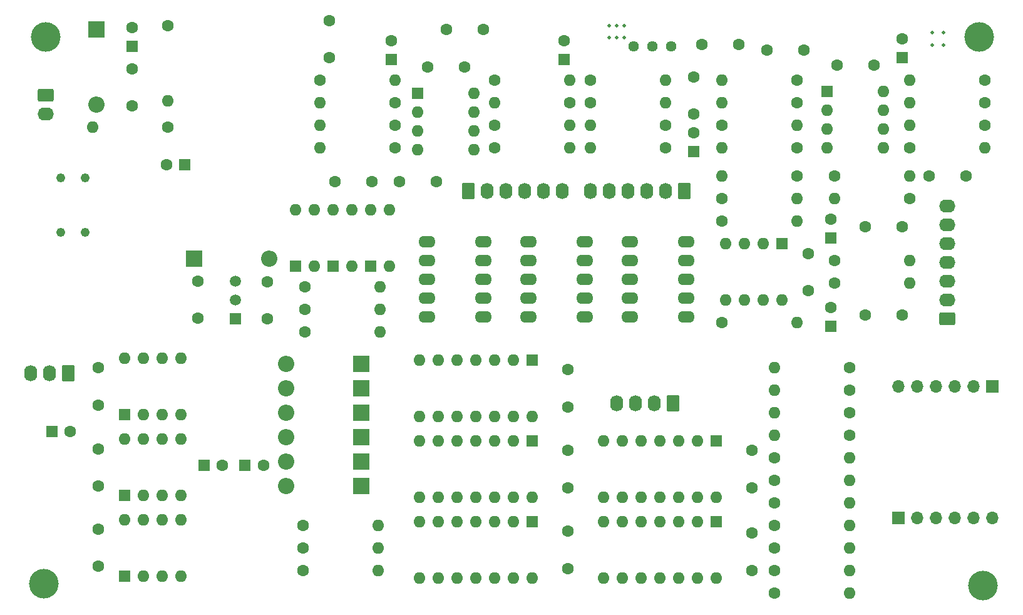
<source format=gbr>
%TF.GenerationSoftware,KiCad,Pcbnew,7.0.6*%
%TF.CreationDate,2023-09-11T14:55:37-04:00*%
%TF.ProjectId,summer,73756d6d-6572-42e6-9b69-6361645f7063,rev?*%
%TF.SameCoordinates,Original*%
%TF.FileFunction,Soldermask,Bot*%
%TF.FilePolarity,Negative*%
%FSLAX46Y46*%
G04 Gerber Fmt 4.6, Leading zero omitted, Abs format (unit mm)*
G04 Created by KiCad (PCBNEW 7.0.6) date 2023-09-11 14:55:37*
%MOMM*%
%LPD*%
G01*
G04 APERTURE LIST*
G04 Aperture macros list*
%AMRoundRect*
0 Rectangle with rounded corners*
0 $1 Rounding radius*
0 $2 $3 $4 $5 $6 $7 $8 $9 X,Y pos of 4 corners*
0 Add a 4 corners polygon primitive as box body*
4,1,4,$2,$3,$4,$5,$6,$7,$8,$9,$2,$3,0*
0 Add four circle primitives for the rounded corners*
1,1,$1+$1,$2,$3*
1,1,$1+$1,$4,$5*
1,1,$1+$1,$6,$7*
1,1,$1+$1,$8,$9*
0 Add four rect primitives between the rounded corners*
20,1,$1+$1,$2,$3,$4,$5,0*
20,1,$1+$1,$4,$5,$6,$7,0*
20,1,$1+$1,$6,$7,$8,$9,0*
20,1,$1+$1,$8,$9,$2,$3,0*%
G04 Aperture macros list end*
%ADD10R,2.200000X2.200000*%
%ADD11O,2.200000X2.200000*%
%ADD12C,1.600000*%
%ADD13R,1.600000X1.600000*%
%ADD14O,1.600000X1.600000*%
%ADD15C,4.000000*%
%ADD16RoundRect,0.250000X0.620000X0.845000X-0.620000X0.845000X-0.620000X-0.845000X0.620000X-0.845000X0*%
%ADD17O,1.740000X2.190000*%
%ADD18O,2.300000X1.600000*%
%ADD19R,1.700000X1.700000*%
%ADD20O,1.700000X1.700000*%
%ADD21RoundRect,0.250000X-0.845000X0.620000X-0.845000X-0.620000X0.845000X-0.620000X0.845000X0.620000X0*%
%ADD22O,2.190000X1.740000*%
%ADD23RoundRect,0.250000X0.845000X-0.620000X0.845000X0.620000X-0.845000X0.620000X-0.845000X-0.620000X0*%
%ADD24RoundRect,0.250000X-0.620000X-0.845000X0.620000X-0.845000X0.620000X0.845000X-0.620000X0.845000X0*%
%ADD25R,1.500000X1.500000*%
%ADD26C,1.500000*%
%ADD27C,1.440000*%
%ADD28C,1.219200*%
%ADD29C,0.508000*%
G04 APERTURE END LIST*
D10*
%TO.C,D6*%
X-40386000Y-13716000D03*
D11*
X-50546000Y-13716000D03*
%TD*%
D12*
%TO.C,C26*%
X-26456000Y26416000D03*
X-31456000Y26416000D03*
%TD*%
%TO.C,C19*%
X4572000Y20066000D03*
X4572000Y25066000D03*
%TD*%
D13*
%TO.C,C3*%
X-71374000Y29210000D03*
D12*
X-71374000Y31710000D03*
%TD*%
D13*
%TO.C,U10*%
X-49276000Y-508000D03*
D14*
X-46736000Y-508000D03*
X-46736000Y7112000D03*
X-49276000Y7112000D03*
%TD*%
D15*
%TO.C,HOLE4*%
X-83312000Y-43434000D03*
%TD*%
D10*
%TO.C,D5*%
X-40386000Y-17018000D03*
D11*
X-50546000Y-17018000D03*
%TD*%
D16*
%TO.C,J12*%
X-80010000Y-14986000D03*
D17*
X-82550000Y-14986000D03*
X-85090000Y-14986000D03*
%TD*%
D12*
%TO.C,R35*%
X-48260000Y-38608000D03*
D14*
X-38100000Y-38608000D03*
%TD*%
D12*
%TO.C,C20*%
X5628000Y29464000D03*
X10628000Y29464000D03*
%TD*%
D13*
%TO.C,C8*%
X23114000Y-8636000D03*
D12*
X23114000Y-6136000D03*
%TD*%
D13*
%TO.C,C10*%
X23114000Y3343144D03*
D12*
X23114000Y5843144D03*
%TD*%
%TO.C,R17*%
X-35814000Y18542000D03*
D14*
X-45974000Y18542000D03*
%TD*%
D18*
%TO.C,K1*%
X-23861000Y-7366000D03*
X-23861000Y-4826000D03*
X-23861000Y-2286000D03*
X-23861000Y254000D03*
X-23861000Y2794000D03*
X-31481000Y2794000D03*
X-31481000Y254000D03*
X-31481000Y-2286000D03*
X-31481000Y-4826000D03*
X-31481000Y-7366000D03*
%TD*%
D12*
%TO.C,R42*%
X15494000Y-26416000D03*
D14*
X25654000Y-26416000D03*
%TD*%
D13*
%TO.C,U13*%
X7620000Y-35052000D03*
D14*
X5080000Y-35052000D03*
X2540000Y-35052000D03*
X0Y-35052000D03*
X-2540000Y-35052000D03*
X-5080000Y-35052000D03*
X-7620000Y-35052000D03*
X-7620000Y-42672000D03*
X-5080000Y-42672000D03*
X-2540000Y-42672000D03*
X0Y-42672000D03*
X2540000Y-42672000D03*
X5080000Y-42672000D03*
X7620000Y-42672000D03*
%TD*%
D12*
%TO.C,R3*%
X-66548000Y18288000D03*
D14*
X-76708000Y18288000D03*
%TD*%
D10*
%TO.C,D10*%
X-40386000Y-26924000D03*
D11*
X-50546000Y-26924000D03*
%TD*%
D12*
%TO.C,R46*%
X15494000Y-44704000D03*
D14*
X25654000Y-44704000D03*
%TD*%
D12*
%TO.C,R23*%
X-22352000Y24638000D03*
D14*
X-12192000Y24638000D03*
%TD*%
D12*
%TO.C,C9*%
X27726000Y4826000D03*
X32726000Y4826000D03*
%TD*%
%TO.C,R36*%
X-48006000Y-9398000D03*
D14*
X-37846000Y-9398000D03*
%TD*%
D12*
%TO.C,C5*%
X-53086000Y-7620000D03*
X-53086000Y-2620000D03*
%TD*%
D15*
%TO.C,HOLE3*%
X-83058000Y30480000D03*
%TD*%
D12*
%TO.C,C14*%
X-44704000Y27686000D03*
X-44704000Y32686000D03*
%TD*%
%TO.C,R12*%
X33782000Y15494000D03*
D14*
X43942000Y15494000D03*
%TD*%
D12*
%TO.C,R44*%
X15494000Y-32512000D03*
D14*
X25654000Y-32512000D03*
%TD*%
D13*
%TO.C,U14*%
X-17272000Y-24130000D03*
D14*
X-19812000Y-24130000D03*
X-22352000Y-24130000D03*
X-24892000Y-24130000D03*
X-27432000Y-24130000D03*
X-29972000Y-24130000D03*
X-32512000Y-24130000D03*
X-32512000Y-31750000D03*
X-29972000Y-31750000D03*
X-27432000Y-31750000D03*
X-24892000Y-31750000D03*
X-22352000Y-31750000D03*
X-19812000Y-31750000D03*
X-17272000Y-31750000D03*
%TD*%
D12*
%TO.C,R6*%
X33782000Y8636000D03*
D14*
X23622000Y8636000D03*
%TD*%
D13*
%TO.C,U11*%
X-17272000Y-13208000D03*
D14*
X-19812000Y-13208000D03*
X-22352000Y-13208000D03*
X-24892000Y-13208000D03*
X-27432000Y-13208000D03*
X-29972000Y-13208000D03*
X-32512000Y-13208000D03*
X-32512000Y-20828000D03*
X-29972000Y-20828000D03*
X-27432000Y-20828000D03*
X-24892000Y-20828000D03*
X-22352000Y-20828000D03*
X-19812000Y-20828000D03*
X-17272000Y-20828000D03*
%TD*%
D12*
%TO.C,R45*%
X15494000Y-41656000D03*
D14*
X25654000Y-41656000D03*
%TD*%
D12*
%TO.C,R13*%
X43942000Y18542000D03*
D14*
X33782000Y18542000D03*
%TD*%
D12*
%TO.C,R43*%
X15494000Y-29464000D03*
D14*
X25654000Y-29464000D03*
%TD*%
D13*
%TO.C,U6*%
X-72390000Y-31511000D03*
D14*
X-69850000Y-31511000D03*
X-67310000Y-31511000D03*
X-64770000Y-31511000D03*
X-64770000Y-23891000D03*
X-67310000Y-23891000D03*
X-69850000Y-23891000D03*
X-72390000Y-23891000D03*
%TD*%
D12*
%TO.C,C16*%
X-23916000Y31496000D03*
X-28916000Y31496000D03*
%TD*%
%TO.C,R47*%
X15494000Y-35560000D03*
D14*
X25654000Y-35560000D03*
%TD*%
D12*
%TO.C,C28*%
X-75946000Y-14264000D03*
X-75946000Y-19264000D03*
%TD*%
D19*
%TO.C,J23*%
X32258000Y-34544000D03*
D20*
X34798000Y-34544000D03*
X37338000Y-34544000D03*
X39878000Y-34544000D03*
X42418000Y-34544000D03*
X44958000Y-34544000D03*
%TD*%
D13*
%TO.C,C23*%
X-61682000Y-27432000D03*
D12*
X-59182000Y-27432000D03*
%TD*%
%TO.C,R40*%
X25654000Y-20320000D03*
D14*
X15494000Y-20320000D03*
%TD*%
D12*
%TO.C,R37*%
X-48260000Y-41656000D03*
D14*
X-38100000Y-41656000D03*
%TD*%
D12*
%TO.C,R20*%
X-22352000Y15494000D03*
D14*
X-12192000Y15494000D03*
%TD*%
D12*
%TO.C,C25*%
X20066000Y-3790000D03*
X20066000Y1210000D03*
%TD*%
D18*
%TO.C,K3*%
X3571000Y-7366000D03*
X3571000Y-4826000D03*
X3571000Y-2286000D03*
X3571000Y254000D03*
X3571000Y2794000D03*
X-4049000Y2794000D03*
X-4049000Y254000D03*
X-4049000Y-2286000D03*
X-4049000Y-4826000D03*
X-4049000Y-7366000D03*
%TD*%
D13*
%TO.C,C4*%
X-64262000Y13208000D03*
D12*
X-66762000Y13208000D03*
%TD*%
D13*
%TO.C,U5*%
X-72380000Y-20564000D03*
D14*
X-69840000Y-20564000D03*
X-67300000Y-20564000D03*
X-64760000Y-20564000D03*
X-64760000Y-12944000D03*
X-67300000Y-12944000D03*
X-69840000Y-12944000D03*
X-72380000Y-12944000D03*
%TD*%
D12*
%TO.C,R33*%
X-48260000Y-35560000D03*
D14*
X-38100000Y-35560000D03*
%TD*%
D12*
%TO.C,C13*%
X-38942000Y10922000D03*
X-43942000Y10922000D03*
%TD*%
%TO.C,C34*%
X-12446000Y-30440000D03*
X-12446000Y-25440000D03*
%TD*%
D10*
%TO.C,D7*%
X-40386000Y-23622000D03*
D11*
X-50546000Y-23622000D03*
%TD*%
D12*
%TO.C,R31*%
X18542000Y15494000D03*
D14*
X8382000Y15494000D03*
%TD*%
D16*
%TO.C,J11*%
X3302000Y9672000D03*
D17*
X762000Y9672000D03*
X-1778000Y9672000D03*
X-4318000Y9672000D03*
X-6858000Y9672000D03*
X-9398000Y9672000D03*
%TD*%
D12*
%TO.C,R8*%
X8382000Y5568000D03*
D14*
X18542000Y5568000D03*
%TD*%
D13*
%TO.C,C24*%
X-82231112Y-22860000D03*
D12*
X-79731112Y-22860000D03*
%TD*%
D13*
%TO.C,U2*%
X16500000Y2510000D03*
D14*
X13960000Y2510000D03*
X11420000Y2510000D03*
X8880000Y2510000D03*
X8880000Y-5110000D03*
X11420000Y-5110000D03*
X13960000Y-5110000D03*
X16500000Y-5110000D03*
%TD*%
D18*
%TO.C,K2*%
X-10145000Y-7366000D03*
X-10145000Y-4826000D03*
X-10145000Y-2286000D03*
X-10145000Y254000D03*
X-10145000Y2794000D03*
X-17765000Y2794000D03*
X-17765000Y254000D03*
X-17765000Y-2286000D03*
X-17765000Y-4826000D03*
X-17765000Y-7366000D03*
%TD*%
D12*
%TO.C,R32*%
X-48006000Y-3302000D03*
D14*
X-37846000Y-3302000D03*
%TD*%
D12*
%TO.C,R16*%
X-35814000Y15494000D03*
D14*
X-45974000Y15494000D03*
%TD*%
D12*
%TO.C,R24*%
X762000Y15494000D03*
D14*
X-9398000Y15494000D03*
%TD*%
D12*
%TO.C,C6*%
X-62484000Y-2540000D03*
X-62484000Y-7540000D03*
%TD*%
%TO.C,R10*%
X8382000Y8636000D03*
D14*
X18542000Y8636000D03*
%TD*%
D21*
%TO.C,J10*%
X-83058000Y22566000D03*
D22*
X-83058000Y20026000D03*
%TD*%
D12*
%TO.C,R18*%
X-35814000Y21590000D03*
D14*
X-45974000Y21590000D03*
%TD*%
D12*
%TO.C,R14*%
X43942000Y24638000D03*
D14*
X33782000Y24638000D03*
%TD*%
D13*
%TO.C,U9*%
X-44196000Y-508000D03*
D14*
X-41656000Y-508000D03*
X-41656000Y7112000D03*
X-44196000Y7112000D03*
%TD*%
D12*
%TO.C,R39*%
X25654000Y-17272000D03*
D14*
X15494000Y-17272000D03*
%TD*%
D12*
%TO.C,C29*%
X-75956000Y-25211000D03*
X-75956000Y-30211000D03*
%TD*%
%TO.C,C32*%
X-12446000Y-41362000D03*
X-12446000Y-36362000D03*
%TD*%
D13*
%TO.C,C12*%
X32766000Y27686000D03*
D12*
X32766000Y30186000D03*
%TD*%
%TO.C,C15*%
X-35266000Y10922000D03*
X-30266000Y10922000D03*
%TD*%
%TO.C,C2*%
X-71374000Y26162000D03*
X-71374000Y21162000D03*
%TD*%
%TO.C,R27*%
X762000Y18542000D03*
D14*
X-9398000Y18542000D03*
%TD*%
D12*
%TO.C,C11*%
X36362000Y11684000D03*
X41362000Y11684000D03*
%TD*%
%TO.C,R11*%
X23622000Y254000D03*
D14*
X33782000Y254000D03*
%TD*%
D23*
%TO.C,J15*%
X38862000Y-7620000D03*
D22*
X38862000Y-5080000D03*
X38862000Y-2540000D03*
X38862000Y0D03*
X38862000Y2540000D03*
X38862000Y5080000D03*
X38862000Y7620000D03*
%TD*%
D24*
%TO.C,J14*%
X-25908000Y9632000D03*
D17*
X-23368000Y9632000D03*
X-20828000Y9632000D03*
X-18288000Y9632000D03*
X-15748000Y9632000D03*
X-13208000Y9632000D03*
%TD*%
D13*
%TO.C,U15*%
X7620000Y-24130000D03*
D14*
X5080000Y-24130000D03*
X2540000Y-24130000D03*
X0Y-24130000D03*
X-2540000Y-24130000D03*
X-5080000Y-24130000D03*
X-7620000Y-24130000D03*
X-7620000Y-31750000D03*
X-5080000Y-31750000D03*
X-2540000Y-31750000D03*
X0Y-31750000D03*
X2540000Y-31750000D03*
X5080000Y-31750000D03*
X7620000Y-31750000D03*
%TD*%
D10*
%TO.C,D8*%
X-40386000Y-20320000D03*
D11*
X-50546000Y-20320000D03*
%TD*%
D12*
%TO.C,R38*%
X25654000Y-14224000D03*
D14*
X15494000Y-14224000D03*
%TD*%
D13*
%TO.C,C18*%
X-12954000Y27473144D03*
D12*
X-12954000Y29973144D03*
%TD*%
%TO.C,R28*%
X43942000Y21590000D03*
D14*
X33782000Y21590000D03*
%TD*%
D13*
%TO.C,U3*%
X-32756000Y22850000D03*
D14*
X-32756000Y20310000D03*
X-32756000Y17770000D03*
X-32756000Y15230000D03*
X-25136000Y15230000D03*
X-25136000Y17770000D03*
X-25136000Y20310000D03*
X-25136000Y22850000D03*
%TD*%
D12*
%TO.C,R7*%
X23622000Y-2794000D03*
D14*
X33782000Y-2794000D03*
%TD*%
D12*
%TO.C,R2*%
X-66548000Y32004000D03*
D14*
X-66548000Y21844000D03*
%TD*%
D12*
%TO.C,C27*%
X28956000Y26670000D03*
X23956000Y26670000D03*
%TD*%
%TO.C,C33*%
X12446000Y-41616000D03*
X12446000Y-36616000D03*
%TD*%
D13*
%TO.C,U12*%
X-17272000Y-35052000D03*
D14*
X-19812000Y-35052000D03*
X-22352000Y-35052000D03*
X-24892000Y-35052000D03*
X-27432000Y-35052000D03*
X-29972000Y-35052000D03*
X-32512000Y-35052000D03*
X-32512000Y-42672000D03*
X-29972000Y-42672000D03*
X-27432000Y-42672000D03*
X-24892000Y-42672000D03*
X-22352000Y-42672000D03*
X-19812000Y-42672000D03*
X-17272000Y-42672000D03*
%TD*%
D10*
%TO.C,D1*%
X-76200000Y31496000D03*
D11*
X-76200000Y21336000D03*
%TD*%
D16*
%TO.C,J16*%
X1778000Y-19050000D03*
D17*
X-762000Y-19050000D03*
X-3302000Y-19050000D03*
X-5842000Y-19050000D03*
%TD*%
D25*
%TO.C,U1*%
X-57404000Y-7620000D03*
D26*
X-57404000Y-5080000D03*
X-57404000Y-2540000D03*
%TD*%
D10*
%TO.C,D2*%
X-62992000Y508000D03*
D11*
X-52832000Y508000D03*
%TD*%
D12*
%TO.C,C30*%
X-75936000Y-36098000D03*
X-75936000Y-41098000D03*
%TD*%
%TO.C,C35*%
X12446000Y-30440000D03*
X12446000Y-25440000D03*
%TD*%
%TO.C,R34*%
X-48006000Y-6355000D03*
D14*
X-37846000Y-6355000D03*
%TD*%
D13*
%TO.C,C22*%
X-56134000Y-27432000D03*
D12*
X-53634000Y-27432000D03*
%TD*%
%TO.C,R9*%
X18542000Y11684000D03*
D14*
X8382000Y11684000D03*
%TD*%
D19*
%TO.C,J24*%
X44958000Y-16764000D03*
D20*
X42418000Y-16764000D03*
X39878000Y-16764000D03*
X37338000Y-16764000D03*
X34798000Y-16764000D03*
X32258000Y-16764000D03*
%TD*%
D12*
%TO.C,R29*%
X18542000Y21590000D03*
D14*
X8382000Y21590000D03*
%TD*%
D12*
%TO.C,C36*%
X14478000Y28702000D03*
X19478000Y28702000D03*
%TD*%
%TO.C,R22*%
X-12192000Y21590000D03*
D14*
X-22352000Y21590000D03*
%TD*%
D15*
%TO.C,HOLE2*%
X43180000Y30480000D03*
%TD*%
%TO.C,HOLE1*%
X43688000Y-43688000D03*
%TD*%
D12*
%TO.C,R41*%
X25654000Y-23368000D03*
D14*
X15494000Y-23368000D03*
%TD*%
D12*
%TO.C,C31*%
X-12446000Y-19518000D03*
X-12446000Y-14518000D03*
%TD*%
D13*
%TO.C,U4*%
X22606000Y23104000D03*
D14*
X22606000Y20564000D03*
X22606000Y18024000D03*
X22606000Y15484000D03*
X30226000Y15484000D03*
X30226000Y18024000D03*
X30226000Y20564000D03*
X30226000Y23104000D03*
%TD*%
D13*
%TO.C,U7*%
X-72380000Y-42408000D03*
D14*
X-69840000Y-42408000D03*
X-67300000Y-42408000D03*
X-64760000Y-42408000D03*
X-64760000Y-34788000D03*
X-67300000Y-34788000D03*
X-69840000Y-34788000D03*
X-72380000Y-34788000D03*
%TD*%
D10*
%TO.C,D9*%
X-40386000Y-30226000D03*
D11*
X-50546000Y-30226000D03*
%TD*%
D12*
%TO.C,R19*%
X-45974000Y24638000D03*
D14*
X-35814000Y24638000D03*
%TD*%
D12*
%TO.C,R30*%
X8382000Y18542000D03*
D14*
X18542000Y18542000D03*
%TD*%
D13*
%TO.C,C21*%
X4572000Y14986000D03*
D12*
X4572000Y17486000D03*
%TD*%
D27*
%TO.C,VR1*%
X-3556000Y29210000D03*
X-1016000Y29210000D03*
X1524000Y29210000D03*
%TD*%
D12*
%TO.C,R5*%
X23622000Y11684000D03*
D14*
X33782000Y11684000D03*
%TD*%
D12*
%TO.C,R21*%
X-22352000Y18542000D03*
D14*
X-12192000Y18542000D03*
%TD*%
D12*
%TO.C,C7*%
X27726000Y-7112000D03*
X32726000Y-7112000D03*
%TD*%
%TO.C,R15*%
X18542000Y24638000D03*
D14*
X8382000Y24638000D03*
%TD*%
D12*
%TO.C,R26*%
X-9398000Y21590000D03*
D14*
X762000Y21590000D03*
%TD*%
D13*
%TO.C,U8*%
X-39116000Y-508000D03*
D14*
X-36576000Y-508000D03*
X-36576000Y7112000D03*
X-39116000Y7112000D03*
%TD*%
D12*
%TO.C,R48*%
X15494000Y-38608000D03*
D14*
X25654000Y-38608000D03*
%TD*%
D12*
%TO.C,R4*%
X8382000Y-8148000D03*
D14*
X18542000Y-8148000D03*
%TD*%
D13*
%TO.C,C17*%
X-36322000Y27432000D03*
D12*
X-36322000Y29932000D03*
%TD*%
%TO.C,R25*%
X-9398000Y24638000D03*
D14*
X762000Y24638000D03*
%TD*%
D28*
%TO.C,NT3*%
X-81026000Y4064000D03*
X-77774800Y4064000D03*
%TD*%
%TO.C,NT2*%
X-81026000Y11430000D03*
X-77774800Y11430000D03*
%TD*%
D29*
%TO.C,NT8*%
X38354000Y29413200D03*
X38354000Y31038800D03*
%TD*%
%TO.C,NT7*%
X-6858000Y30378400D03*
X-6858000Y32004000D03*
%TD*%
%TO.C,NT5*%
X-4826000Y30378400D03*
X-4826000Y32004000D03*
%TD*%
%TO.C,NT6*%
X-5842000Y30378400D03*
X-5842000Y32004000D03*
%TD*%
%TO.C,NT9*%
X36830000Y29413200D03*
X36830000Y31038800D03*
%TD*%
M02*

</source>
